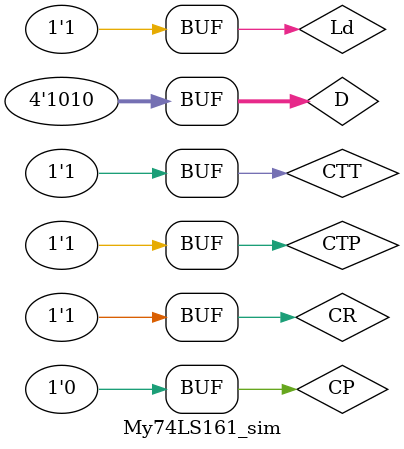
<source format=v>
`timescale 1ns / 1ps

module My74LS161_sim;

	// Inputs
	reg CR;
	reg Ld;
	reg CTP;
	reg CTT;
	reg CP;
	reg [3:0] D;

	// Outputs
	wire [3:0] Q;
	wire CO;

	// Instantiate the Unit Under Test (UUT)
	My74LS161 uut (
		.CP(CP),
		.CR(CR), 
		.Ld(Ld), 
		.CTP(CTP), 
		.CTT(CTT), 
		.D(D), 
		.Q(Q), 
		.CO(CO)
	);
	initial begin
		CR = 0;
		Ld = 0;
		CTT = 0;
		CTP = 0;
		D = 0;
		#100;
		
		CR = 0;
		Ld = 1;
		D = 4'b1010;
		CTT = 0;
		CTP = 0;
		#25;
		CR = 0;
		Ld = 0;
		CTT = 1;
		CTP = 0;
		#25;
		CR = 0;
		Ld = 0;
		CTT = 0;
		CTP = 1;
		#25;
		
		CR = 1;
		Ld = 0;
		CTT = 0;
		CTP = 0;
		#25;
		CR = 1;
		Ld = 0;
		CTT = 1;
		CTP = 1;
		#25;
		
		CR = 1;
		Ld = 1;
		CTT = 0;
		CTP = 0;
		#25;
		CR = 1;
		Ld = 1;
		CTT = 0;
		CTP = 1;
		#25;
		CR = 1;
		Ld = 1;
		CTT = 1;
		CTP = 0;
		#25;
		CR = 1;
		Ld = 1;
		CTT = 1;
		CTP = 1;
		#200;
	end
	always begin
		CP = 1;#20;
		CP = 0;#20;
	end
      
endmodule


</source>
